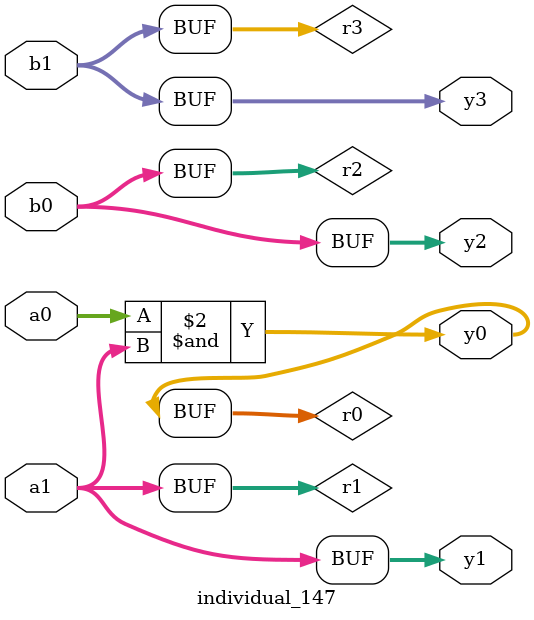
<source format=sv>
module individual_147(input logic [15:0] a1, input logic [15:0] a0, input logic [15:0] b1, input logic [15:0] b0, output logic [15:0] y3, output logic [15:0] y2, output logic [15:0] y1, output logic [15:0] y0);
logic [15:0] r0, r1, r2, r3; 
 always@(*) begin 
	 r0 = a0; r1 = a1; r2 = b0; r3 = b1; 
 	 r0  &=  a1 ;
 	 y3 = r3; y2 = r2; y1 = r1; y0 = r0; 
end
endmodule
</source>
